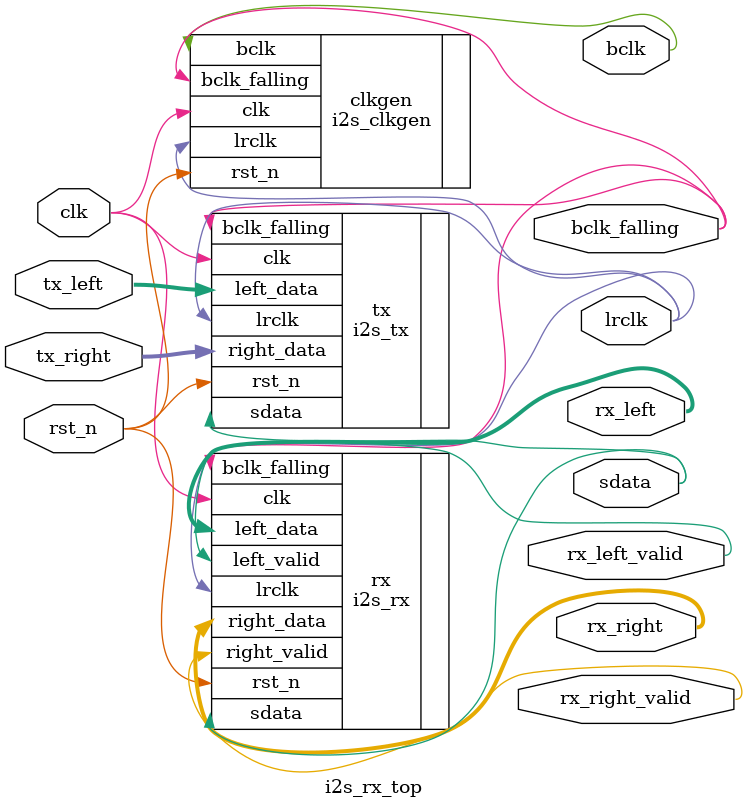
<source format=v>
module i2s_rx_top #(
    parameter CLK_DIV   = 2,
    parameter DATA_BITS = 24
) (
    input  wire                  clk,
    input  wire                  rst_n,
    input  wire [DATA_BITS-1:0]  tx_left,
    input  wire [DATA_BITS-1:0]  tx_right,

    output wire                  bclk,
    output wire                  lrclk,
    output wire                  bclk_falling,
    output wire                  sdata,
    output wire [DATA_BITS-1:0]  rx_left,
    output wire                  rx_left_valid,
    output wire [DATA_BITS-1:0]  rx_right,
    output wire                  rx_right_valid
);

    i2s_clkgen #(.CLK_DIV(CLK_DIV)) clkgen (
        .clk          (clk),
        .rst_n        (rst_n),
        .bclk         (bclk),
        .lrclk        (lrclk),
        .bclk_falling (bclk_falling)
    );

    i2s_tx #(.DATA_BITS(DATA_BITS)) tx (
        .clk          (clk),
        .rst_n        (rst_n),
        .bclk_falling (bclk_falling),
        .lrclk        (lrclk),
        .left_data    (tx_left),
        .right_data   (tx_right),
        .sdata        (sdata)
    );

    i2s_rx #(.DATA_BITS(DATA_BITS)) rx (
        .clk          (clk),
        .rst_n        (rst_n),
        .bclk_falling (bclk_falling),
        .lrclk        (lrclk),
        .sdata        (sdata),
        .left_data    (rx_left),
        .left_valid   (rx_left_valid),
        .right_data   (rx_right),
        .right_valid  (rx_right_valid)
    );

endmodule

</source>
